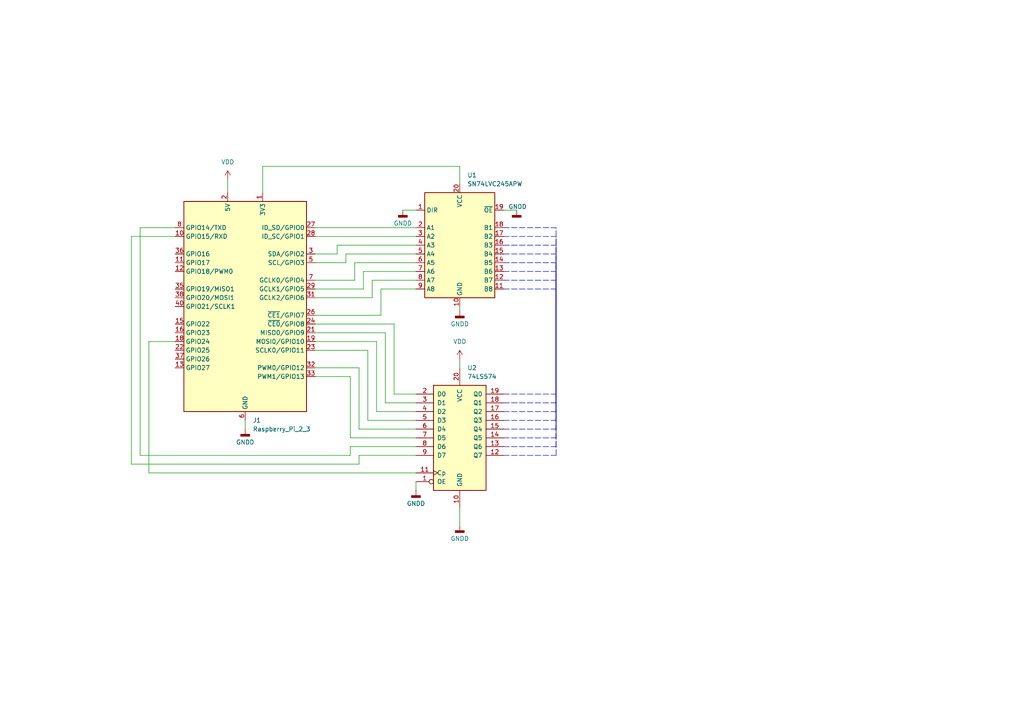
<source format=kicad_sch>
(kicad_sch (version 20231120) (generator "eeschema") (generator_version "8.0")
  (paper "A4")
  (lib_symbols
    (symbol "74xx:74LS574" (pin_names (offset 1.016))
      (property "Reference" "U" (at -7.62 16.51 0))
      (property "Value" "74LS574" (at -7.62 -16.51 0))
      (symbol "74LS574_1_0"
        (pin input inverted (at -12.7 -12.7 0) (length 5.08) (name "OE") (number "1"))
        (pin power_in line (at 0 -20.32 90) (length 5.08) (name "GND") (number "10"))
        (pin input clock (at -12.7 -10.16 0) (length 5.08) (name "Cp") (number "11"))
        (pin tri_state line (at 12.7 -5.08 180) (length 5.08) (name "Q7") (number "12"))
        (pin tri_state line (at 12.7 -2.54 180) (length 5.08) (name "Q6") (number "13"))
        (pin tri_state line (at 12.7 0 180) (length 5.08) (name "Q5") (number "14"))
        (pin tri_state line (at 12.7 2.54 180) (length 5.08) (name "Q4") (number "15"))
        (pin tri_state line (at 12.7 5.08 180) (length 5.08) (name "Q3") (number "16"))
        (pin tri_state line (at 12.7 7.62 180) (length 5.08) (name "Q2") (number "17"))
        (pin tri_state line (at 12.7 10.16 180) (length 5.08) (name "Q1") (number "18"))
        (pin tri_state line (at 12.7 12.7 180) (length 5.08) (name "Q0") (number "19"))
        (pin input line (at -12.7 12.7 0) (length 5.08) (name "D0") (number "2"))
        (pin power_in line (at 0 20.32 270) (length 5.08) (name "VCC") (number "20"))
        (pin input line (at -12.7 10.16 0) (length 5.08) (name "D1") (number "3"))
        (pin input line (at -12.7 7.62 0) (length 5.08) (name "D2") (number "4"))
        (pin input line (at -12.7 5.08 0) (length 5.08) (name "D3") (number "5"))
        (pin input line (at -12.7 2.54 0) (length 5.08) (name "D4") (number "6"))
        (pin input line (at -12.7 0 0) (length 5.08) (name "D5") (number "7"))
        (pin input line (at -12.7 -2.54 0) (length 5.08) (name "D6") (number "8"))
        (pin input line (at -12.7 -5.08 0) (length 5.08) (name "D7") (number "9"))
      )
      (symbol "74LS574_1_1"
        (rectangle (start -7.62 15.24) (end 7.62 -15.24) (stroke (width 0.254)) (fill (type background)))
      )
    )
    (symbol "Connector:Raspberry_Pi_2_3"
      (property "Reference" "J" (at -17.78 31.75 0))
      (property "Value" "Raspberry_Pi_2_3" (at 10.16 -31.75 0))
      (symbol "Raspberry_Pi_2_3_0_1"
        (rectangle (start -17.78 30.48) (end 17.78 -30.48) (stroke (width 0.254)) (fill (type background)))
      )
      (symbol "Raspberry_Pi_2_3_1_1"
        (pin power_in line (at 5.08 33.02 270) (length 2.54) (name "3V3") (number "1"))
        (pin bidirectional line (at -20.32 20.32 0) (length 2.54) (name "GPIO15/RXD") (number "10"))
        (pin bidirectional line (at -20.32 12.7 0) (length 2.54) (name "GPIO17") (number "11"))
        (pin bidirectional line (at -20.32 10.16 0) (length 2.54) (name "GPIO18/PWM0") (number "12"))
        (pin bidirectional line (at -20.32 -17.78 0) (length 2.54) (name "GPIO27") (number "13"))
        (pin passive line (at 0 -33.02 90) (length 2.54) hide (name "GND") (number "14"))
        (pin bidirectional line (at -20.32 -5.08 0) (length 2.54) (name "GPIO22") (number "15"))
        (pin bidirectional line (at -20.32 -7.62 0) (length 2.54) (name "GPIO23") (number "16"))
        (pin passive line (at 5.08 33.02 270) (length 2.54) hide (name "3V3") (number "17"))
        (pin bidirectional line (at -20.32 -10.16 0) (length 2.54) (name "GPIO24") (number "18"))
        (pin bidirectional line (at 20.32 -10.16 180) (length 2.54) (name "MOSI0/GPIO10") (number "19"))
        (pin power_in line (at -5.08 33.02 270) (length 2.54) (name "5V") (number "2"))
        (pin passive line (at 0 -33.02 90) (length 2.54) hide (name "GND") (number "20"))
        (pin bidirectional line (at 20.32 -7.62 180) (length 2.54) (name "MISO0/GPIO9") (number "21"))
        (pin bidirectional line (at -20.32 -12.7 0) (length 2.54) (name "GPIO25") (number "22"))
        (pin bidirectional line (at 20.32 -12.7 180) (length 2.54) (name "SCLK0/GPIO11") (number "23"))
        (pin bidirectional line (at 20.32 -5.08 180) (length 2.54) (name "~{CE0}/GPIO8") (number "24"))
        (pin passive line (at 0 -33.02 90) (length 2.54) hide (name "GND") (number "25"))
        (pin bidirectional line (at 20.32 -2.54 180) (length 2.54) (name "~{CE1}/GPIO7") (number "26"))
        (pin bidirectional line (at 20.32 22.86 180) (length 2.54) (name "ID_SD/GPIO0") (number "27"))
        (pin bidirectional line (at 20.32 20.32 180) (length 2.54) (name "ID_SC/GPIO1") (number "28"))
        (pin bidirectional line (at 20.32 5.08 180) (length 2.54) (name "GCLK1/GPIO5") (number "29"))
        (pin bidirectional line (at 20.32 15.24 180) (length 2.54) (name "SDA/GPIO2") (number "3"))
        (pin passive line (at 0 -33.02 90) (length 2.54) hide (name "GND") (number "30"))
        (pin bidirectional line (at 20.32 2.54 180) (length 2.54) (name "GCLK2/GPIO6") (number "31"))
        (pin bidirectional line (at 20.32 -17.78 180) (length 2.54) (name "PWM0/GPIO12") (number "32"))
        (pin bidirectional line (at 20.32 -20.32 180) (length 2.54) (name "PWM1/GPIO13") (number "33"))
        (pin passive line (at 0 -33.02 90) (length 2.54) hide (name "GND") (number "34"))
        (pin bidirectional line (at -20.32 5.08 0) (length 2.54) (name "GPIO19/MISO1") (number "35"))
        (pin bidirectional line (at -20.32 15.24 0) (length 2.54) (name "GPIO16") (number "36"))
        (pin bidirectional line (at -20.32 -15.24 0) (length 2.54) (name "GPIO26") (number "37"))
        (pin bidirectional line (at -20.32 2.54 0) (length 2.54) (name "GPIO20/MOSI1") (number "38"))
        (pin passive line (at 0 -33.02 90) (length 2.54) hide (name "GND") (number "39"))
        (pin passive line (at -5.08 33.02 270) (length 2.54) hide (name "5V") (number "4"))
        (pin bidirectional line (at -20.32 0 0) (length 2.54) (name "GPIO21/SCLK1") (number "40"))
        (pin bidirectional line (at 20.32 12.7 180) (length 2.54) (name "SCL/GPIO3") (number "5"))
        (pin power_in line (at 0 -33.02 90) (length 2.54) (name "GND") (number "6"))
        (pin bidirectional line (at 20.32 7.62 180) (length 2.54) (name "GCLK0/GPIO4") (number "7"))
        (pin bidirectional line (at -20.32 22.86 0) (length 2.54) (name "GPIO14/TXD") (number "8"))
        (pin passive line (at 0 -33.02 90) (length 2.54) hide (name "GND") (number "9"))
      )
    )
    (symbol "Logic_LevelTranslator:SN74LVC245APW"
      (property "Reference" "U" (at -10.16 17.78 0))
      (property "Value" "SN74LVC245APW" (at 10.16 17.78 0))
      (symbol "SN74LVC245APW_0_1"
        (rectangle (start -10.16 15.24) (end 10.16 -15.24) (stroke (width 0.254)) (fill (type background)))
      )
      (symbol "SN74LVC245APW_1_1"
        (pin input line (at -12.7 10.16 0) (length 2.54) (name "DIR") (number "1"))
        (pin power_in line (at 0 -17.78 90) (length 2.54) (name "GND") (number "10"))
        (pin bidirectional line (at 12.7 -12.7 180) (length 2.54) (name "B8") (number "11"))
        (pin bidirectional line (at 12.7 -10.16 180) (length 2.54) (name "B7") (number "12"))
        (pin bidirectional line (at 12.7 -7.62 180) (length 2.54) (name "B6") (number "13"))
        (pin bidirectional line (at 12.7 -5.08 180) (length 2.54) (name "B5") (number "14"))
        (pin bidirectional line (at 12.7 -2.54 180) (length 2.54) (name "B4") (number "15"))
        (pin bidirectional line (at 12.7 0 180) (length 2.54) (name "B3") (number "16"))
        (pin bidirectional line (at 12.7 2.54 180) (length 2.54) (name "B2") (number "17"))
        (pin bidirectional line (at 12.7 5.08 180) (length 2.54) (name "B1") (number "18"))
        (pin input line (at 12.7 10.16 180) (length 2.54) (name "~{OE}") (number "19"))
        (pin bidirectional line (at -12.7 5.08 0) (length 2.54) (name "A1") (number "2"))
        (pin power_in line (at 0 17.78 270) (length 2.54) (name "VCC") (number "20"))
        (pin bidirectional line (at -12.7 2.54 0) (length 2.54) (name "A2") (number "3"))
        (pin bidirectional line (at -12.7 0 0) (length 2.54) (name "A3") (number "4"))
        (pin bidirectional line (at -12.7 -2.54 0) (length 2.54) (name "A4") (number "5"))
        (pin bidirectional line (at -12.7 -5.08 0) (length 2.54) (name "A5") (number "6"))
        (pin bidirectional line (at -12.7 -7.62 0) (length 2.54) (name "A6") (number "7"))
        (pin bidirectional line (at -12.7 -10.16 0) (length 2.54) (name "A7") (number "8"))
        (pin bidirectional line (at -12.7 -12.7 0) (length 2.54) (name "A8") (number "9"))
      )
    )
    (symbol "power:GNDD" (power) (pin_numbers hide) (pin_names (offset 0) hide)
      (property "Value" "GNDD" (at 0 -3.175 0))
      (symbol "GNDD_0_1"
        (rectangle (start -1.27 -1.524) (end 1.27 -2.032) (stroke (width 0.254)) (fill (type outline)))
        (polyline (pts (xy 0 0) (xy 0 -1.524)))
      )
      (symbol "GNDD_1_1"
        (pin power_in line (at 0 0 270) (length 0) (name "~") (number "1"))
      )
    )
    (symbol "power:VDD" (power) (pin_numbers hide) (pin_names (offset 0) hide)
      (property "Value" "VDD" (at 0 3.556 0))
      (symbol "VDD_0_1"
        (polyline (pts (xy -0.762 1.27) (xy 0 2.54)))
        (polyline (pts (xy 0 0) (xy 0 2.54)))
        (polyline (pts (xy 0 2.54) (xy 0.762 1.27)))
      )
      (symbol "VDD_1_1"
        (pin power_in line (at 0 0 90) (length 0) (name "~") (number "1"))
      )
    )
  )
  (wire (pts (xy 43.18 99.06) (xy 43.18 137.16)))
  (wire (pts (xy 91.44 106.68) (xy 104.14 106.68)))
  (wire (pts (xy 133.35 147.32) (xy 133.35 152.4)))
  (wire (pts (xy 133.35 48.26) (xy 133.35 53.34)))
  (wire (pts (xy 111.76 96.52) (xy 91.44 96.52)))
  (wire (pts (xy 104.14 106.68) (xy 104.14 124.46)))
  (wire (pts (xy 101.6 132.08) (xy 101.6 129.54)))
  (wire (pts (xy 110.49 91.44) (xy 91.44 91.44)))
  (wire (pts (xy 38.1 134.62) (xy 38.1 68.58)))
  (wire (pts (xy 146.05 60.96) (xy 149.86 60.96)))
  (wire (pts (xy 40.64 132.08) (xy 101.6 132.08)))
  (wire (pts (xy 66.04 52.07) (xy 66.04 55.88)))
  (wire (pts (xy 50.8 66.04) (xy 40.64 66.04)))
  (polyline (pts (xy 146.05 114.3) (xy 161.29 114.3)) (stroke (width 0) (type dash)))
  (polyline (pts (xy 146.05 76.2) (xy 161.29 76.2)) (stroke (width 0) (type dash)))
  (polyline (pts (xy 146.05 129.54) (xy 161.29 129.54)) (stroke (width 0) (type dash)))
  (wire (pts (xy 109.22 99.06) (xy 109.22 119.38)))
  (wire (pts (xy 105.41 78.74) (xy 105.41 83.82)))
  (wire (pts (xy 120.65 73.66) (xy 100.33 73.66)))
  (wire (pts (xy 106.68 121.92) (xy 120.65 121.92)))
  (wire (pts (xy 120.65 81.28) (xy 107.95 81.28)))
  (wire (pts (xy 76.2 48.26) (xy 76.2 55.88)))
  (polyline (pts (xy 146.05 121.92) (xy 161.29 121.92)) (stroke (width 0) (type dash)))
  (polyline (pts (xy 161.29 129.54) (xy 161.29 81.28)) (stroke (width 0) (type dash)))
  (wire (pts (xy 101.6 109.22) (xy 101.6 127)))
  (wire (pts (xy 114.3 114.3) (xy 120.65 114.3)))
  (wire (pts (xy 104.14 132.08) (xy 120.65 132.08)))
  (wire (pts (xy 107.95 81.28) (xy 107.95 86.36)))
  (wire (pts (xy 120.65 76.2) (xy 102.87 76.2)))
  (polyline (pts (xy 161.29 121.92) (xy 161.29 73.66)) (stroke (width 0) (type dash)))
  (wire (pts (xy 106.68 121.92) (xy 106.68 101.6)))
  (wire (pts (xy 120.65 127) (xy 101.6 127)))
  (polyline (pts (xy 146.05 124.46) (xy 161.29 124.46)) (stroke (width 0) (type dash)))
  (wire (pts (xy 114.3 93.98) (xy 114.3 114.3)))
  (polyline (pts (xy 146.05 68.58) (xy 161.29 68.58)) (stroke (width 0) (type dash)))
  (wire (pts (xy 110.49 83.82) (xy 110.49 91.44)))
  (wire (pts (xy 100.33 73.66) (xy 100.33 76.2)))
  (polyline (pts (xy 161.29 116.84) (xy 161.29 68.58)) (stroke (width 0) (type dash)))
  (wire (pts (xy 107.95 86.36) (xy 91.44 86.36)))
  (wire (pts (xy 40.64 66.04) (xy 40.64 132.08)))
  (wire (pts (xy 120.65 83.82) (xy 110.49 83.82)))
  (wire (pts (xy 91.44 93.98) (xy 114.3 93.98)))
  (wire (pts (xy 120.65 78.74) (xy 105.41 78.74)))
  (wire (pts (xy 133.35 104.14) (xy 133.35 106.68)))
  (polyline (pts (xy 146.05 66.04) (xy 161.29 66.04)) (stroke (width 0) (type dash)))
  (polyline (pts (xy 146.05 119.38) (xy 161.29 119.38)) (stroke (width 0) (type dash)))
  (wire (pts (xy 43.18 137.16) (xy 120.65 137.16)))
  (wire (pts (xy 102.87 81.28) (xy 91.44 81.28)))
  (polyline (pts (xy 161.29 119.38) (xy 161.29 71.12)) (stroke (width 0) (type dash)))
  (wire (pts (xy 102.87 76.2) (xy 102.87 81.28)))
  (wire (pts (xy 120.65 139.7) (xy 120.65 142.24)))
  (wire (pts (xy 111.76 116.84) (xy 120.65 116.84)))
  (wire (pts (xy 109.22 119.38) (xy 120.65 119.38)))
  (wire (pts (xy 111.76 116.84) (xy 111.76 96.52)))
  (wire (pts (xy 71.12 121.92) (xy 71.12 124.46)))
  (polyline (pts (xy 161.29 114.3) (xy 161.29 66.04)) (stroke (width 0) (type dash)))
  (wire (pts (xy 105.41 83.82) (xy 91.44 83.82)))
  (wire (pts (xy 120.65 71.12) (xy 97.79 71.12)))
  (polyline (pts (xy 161.29 124.46) (xy 161.29 76.2)) (stroke (width 0) (type dash)))
  (polyline (pts (xy 146.05 127) (xy 161.29 127)) (stroke (width 0) (type dash)))
  (wire (pts (xy 91.44 99.06) (xy 109.22 99.06)))
  (wire (pts (xy 116.84 60.96) (xy 120.65 60.96)))
  (wire (pts (xy 106.68 101.6) (xy 91.44 101.6)))
  (wire (pts (xy 97.79 73.66) (xy 91.44 73.66)))
  (polyline (pts (xy 161.29 132.08) (xy 161.29 83.82)) (stroke (width 0) (type dash)))
  (wire (pts (xy 104.14 124.46) (xy 120.65 124.46)))
  (wire (pts (xy 100.33 76.2) (xy 91.44 76.2)))
  (wire (pts (xy 91.44 66.04) (xy 120.65 66.04)))
  (wire (pts (xy 50.8 99.06) (xy 43.18 99.06)))
  (wire (pts (xy 97.79 71.12) (xy 97.79 73.66)))
  (wire (pts (xy 104.14 132.08) (xy 104.14 134.62)))
  (wire (pts (xy 101.6 129.54) (xy 120.65 129.54)))
  (polyline (pts (xy 146.05 83.82) (xy 161.29 83.82)) (stroke (width 0) (type dash)))
  (wire (pts (xy 104.14 134.62) (xy 38.1 134.62)))
  (polyline (pts (xy 146.05 78.74) (xy 161.29 78.74)) (stroke (width 0) (type dash)))
  (polyline (pts (xy 146.05 71.12) (xy 161.29 71.12)) (stroke (width 0) (type dash)))
  (polyline (pts (xy 146.05 132.08) (xy 161.29 132.08)) (stroke (width 0) (type dash)))
  (wire (pts (xy 76.2 48.26) (xy 133.35 48.26)))
  (wire (pts (xy 38.1 68.58) (xy 50.8 68.58)))
  (wire (pts (xy 91.44 68.58) (xy 120.65 68.58)))
  (polyline (pts (xy 146.05 73.66) (xy 161.29 73.66)) (stroke (width 0) (type dash)))
  (wire (pts (xy 91.44 109.22) (xy 101.6 109.22)))
  (wire (pts (xy 133.35 88.9) (xy 133.35 90.17)))
  (polyline (pts (xy 146.05 81.28) (xy 161.29 81.28)) (stroke (width 0) (type dash)))
  (polyline (pts (xy 161.29 127) (xy 161.29 78.74)) (stroke (width 0) (type dash)))
  (polyline (pts (xy 146.05 116.84) (xy 161.29 116.84)) (stroke (width 0) (type dash)))
  (symbol (lib_id "power:GNDD") (at 133.35 152.4 0) (unit 1)
    (property "Reference" "#PWR02" (effects (hide yes)))
    (property "Value" "GNDD" (at 133.35 156.21 0))
    (property "Description" "Power symbol creates a global label with name \"GNDD\" , digital ground" (effects (hide yes)))
  )
  (symbol (lib_id "power:GNDD") (at 149.86 60.96 0) (unit 1)
    (property "Reference" "#PWR010" (effects (hide yes)))
    (property "Value" "GNDD" (at 150.114 59.944 0))
    (property "Description" "Power symbol creates a global label with name \"GNDD\" , digital ground" (effects (hide yes)))
  )
  (symbol (lib_id "power:GNDD") (at 133.35 90.17 0) (unit 1)
    (property "Reference" "#PWR01" (effects (hide yes)))
    (property "Value" "GNDD" (at 133.35 93.98 0))
    (property "Description" "Power symbol creates a global label with name \"GNDD\" , digital ground" (effects (hide yes)))
  )
  (symbol (lib_id "power:VDD") (at 133.35 104.14 0) (unit 1)
    (property "Reference" "#PWR05" (effects (hide yes)))
    (property "Value" "VDD" (at 133.35 99.06 0))
    (property "Description" "Power symbol creates a global label with name \"VDD\"" (effects (hide yes)))
  )
  (symbol (lib_id "power:GNDD") (at 116.84 60.96 0) (unit 1)
    (property "Reference" "#PWR011" (effects (hide yes)))
    (property "Value" "GNDD" (at 116.84 64.77 0))
    (property "Description" "Power symbol creates a global label with name \"GNDD\" , digital ground" (effects (hide yes)))
  )
  (symbol (lib_id "Logic_LevelTranslator:SN74LVC245APW") (at 133.35 71.12 0) (unit 1)
    (property "Reference" "U1" (at 135.5441 50.8 0) (effects (justify left)))
    (property "Value" "SN74LVC245APW" (at 135.5441 53.34 0) (effects (justify left)))
    (property "Footprint" "Package_SO:TSSOP-20_4.4x6.5mm_P0.65mm" (effects (hide yes)))
    (property "Datasheet" "https://www.ti.com/lit/ds/scas218x/scas218x.pdf" (effects (hide yes)))
    (property "Description" "8-Bit Single-Supply Bus Transceiver With 5V tolerant input voltage and 3-State Outputs 24mA, TSSOP-20" (effects (hide yes)))
  )
  (symbol (lib_id "Connector:Raspberry_Pi_2_3") (at 71.12 88.9 0) (unit 1)
    (property "Reference" "J1" (at 73.3141 121.92 0) (effects (justify left)))
    (property "Value" "Raspberry_Pi_2_3" (at 73.3141 124.46 0) (effects (justify left)))
    (property "Datasheet" "https://www.raspberrypi.org/documentation/hardware/raspberrypi/schematics/rpi_SCH_3bplus_1p0_reduced.pdf" (effects (hide yes)))
    (property "Description" "expansion header for Raspberry Pi 2 & 3" (effects (hide yes)))
  )
  (symbol (lib_id "74xx:74LS574") (at 133.35 127 0) (unit 1)
    (property "Reference" "U2" (at 135.5441 106.68 0) (effects (justify left)))
    (property "Value" "74LS574" (at 135.5441 109.22 0) (effects (justify left)))
    (property "Datasheet" "http://www.ti.com/lit/gpn/sn74LS574" (effects (hide yes)))
    (property "Description" "8-bit Register, 3-state outputs" (effects (hide yes)))
  )
  (symbol (lib_id "power:GNDD") (at 71.12 124.46 0) (unit 1)
    (property "Reference" "#PWR03" (effects (hide yes)))
    (property "Value" "GNDD" (at 71.12 128.27 0))
    (property "Description" "Power symbol creates a global label with name \"GNDD\" , digital ground" (effects (hide yes)))
  )
  (symbol (lib_id "power:VDD") (at 66.04 52.07 0) (unit 1)
    (property "Reference" "#PWR04" (effects (hide yes)))
    (property "Value" "VDD" (at 66.04 46.99 0))
    (property "Description" "Power symbol creates a global label with name \"VDD\"" (effects (hide yes)))
  )
  (symbol (lib_id "power:GNDD") (at 120.65 142.24 0) (unit 1)
    (property "Reference" "#PWR09" (effects (hide yes)))
    (property "Value" "GNDD" (at 120.65 146.05 0))
    (property "Description" "Power symbol creates a global label with name \"GNDD\" , digital ground" (effects (hide yes)))
  )
)
</source>
